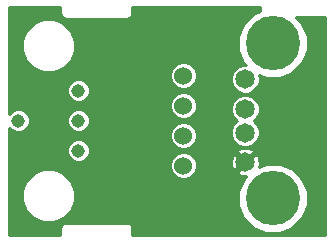
<source format=gbr>
G04 #@! TF.FileFunction,Copper,L3,Inr,Plane*
%FSLAX46Y46*%
G04 Gerber Fmt 4.6, Leading zero omitted, Abs format (unit mm)*
G04 Created by KiCad (PCBNEW 4.0.7) date Sun May  6 21:07:47 2018*
%MOMM*%
%LPD*%
G01*
G04 APERTURE LIST*
%ADD10C,0.100000*%
%ADD11C,1.143000*%
%ADD12C,4.600000*%
%ADD13C,1.651000*%
%ADD14C,1.524000*%
%ADD15C,0.254000*%
G04 APERTURE END LIST*
D10*
D11*
X134620000Y-104140000D03*
X134620000Y-99060000D03*
X134620000Y-101600000D03*
X129540000Y-101600000D03*
D12*
X151080000Y-108170000D03*
X151080000Y-95030000D03*
D13*
X148750000Y-105100000D03*
X148750000Y-102600000D03*
X148750000Y-100600000D03*
X148750000Y-98100000D03*
D14*
X143510000Y-105410000D03*
X143510000Y-102870000D03*
X143510000Y-100330000D03*
X143510000Y-97790000D03*
X139700000Y-101600000D03*
D15*
G36*
X133096254Y-92456000D02*
X133134904Y-92650306D01*
X133244969Y-92815031D01*
X133409694Y-92925096D01*
X133604000Y-92963746D01*
X138684000Y-92963746D01*
X138878306Y-92925096D01*
X139043031Y-92815031D01*
X139153096Y-92650306D01*
X139191746Y-92456000D01*
X139191746Y-91947746D01*
X149972254Y-91947746D01*
X149972254Y-92312037D01*
X149419628Y-92540377D01*
X148593279Y-93365285D01*
X148145511Y-94443631D01*
X148144492Y-95611246D01*
X148590377Y-96690372D01*
X148793442Y-96893792D01*
X148511115Y-96893545D01*
X148067609Y-97076798D01*
X147727990Y-97415824D01*
X147543964Y-97859010D01*
X147543545Y-98338885D01*
X147726798Y-98782391D01*
X148065824Y-99122010D01*
X148509010Y-99306036D01*
X148988885Y-99306455D01*
X149432391Y-99123202D01*
X149772010Y-98784176D01*
X149956036Y-98340990D01*
X149956455Y-97861115D01*
X149896762Y-97716648D01*
X150493631Y-97964489D01*
X151661246Y-97965508D01*
X152740372Y-97519623D01*
X153566721Y-96694715D01*
X154014489Y-95616369D01*
X154015508Y-94448754D01*
X153569623Y-93369628D01*
X153058634Y-92857746D01*
X155492254Y-92857746D01*
X155492254Y-111252254D01*
X139191746Y-111252254D01*
X139191746Y-110744000D01*
X139153096Y-110549694D01*
X139043031Y-110384969D01*
X138878306Y-110274904D01*
X138684000Y-110236254D01*
X133604000Y-110236254D01*
X133409694Y-110274904D01*
X133244969Y-110384969D01*
X133134904Y-110549694D01*
X133096254Y-110744000D01*
X133096254Y-111252254D01*
X128777746Y-111252254D01*
X128777746Y-108390143D01*
X129857115Y-108390143D01*
X130194758Y-109207300D01*
X130819411Y-109833045D01*
X131635978Y-110172113D01*
X132520143Y-110172885D01*
X133337300Y-109835242D01*
X133963045Y-109210589D01*
X134302113Y-108394022D01*
X134302885Y-107509857D01*
X133965242Y-106692700D01*
X133340589Y-106066955D01*
X132524022Y-105727887D01*
X131639857Y-105727115D01*
X130822700Y-106064758D01*
X130196955Y-106689411D01*
X129857887Y-107505978D01*
X129857115Y-108390143D01*
X128777746Y-108390143D01*
X128777746Y-105636309D01*
X142367056Y-105636309D01*
X142540662Y-106056468D01*
X142861841Y-106378208D01*
X143281696Y-106552547D01*
X143736309Y-106552944D01*
X144156468Y-106379338D01*
X144478208Y-106058159D01*
X144507710Y-105987109D01*
X148042496Y-105987109D01*
X148133706Y-106164322D01*
X148587916Y-106319150D01*
X148792938Y-106305974D01*
X148593279Y-106505285D01*
X148145511Y-107583631D01*
X148144492Y-108751246D01*
X148590377Y-109830372D01*
X149415285Y-110656721D01*
X150493631Y-111104489D01*
X151661246Y-111105508D01*
X152740372Y-110659623D01*
X153566721Y-109834715D01*
X154014489Y-108756369D01*
X154015508Y-107588754D01*
X153569623Y-106509628D01*
X152744715Y-105683279D01*
X151666369Y-105235511D01*
X150498754Y-105234492D01*
X149893276Y-105484670D01*
X149969150Y-105262084D01*
X149938374Y-104783197D01*
X149814322Y-104483706D01*
X149637109Y-104392496D01*
X148929605Y-105100000D01*
X148943748Y-105114143D01*
X148764143Y-105293748D01*
X148750000Y-105279605D01*
X148042496Y-105987109D01*
X144507710Y-105987109D01*
X144652547Y-105638304D01*
X144652944Y-105183691D01*
X144551392Y-104937916D01*
X147530850Y-104937916D01*
X147561626Y-105416803D01*
X147685678Y-105716294D01*
X147862891Y-105807504D01*
X148570395Y-105100000D01*
X147862891Y-104392496D01*
X147685678Y-104483706D01*
X147530850Y-104937916D01*
X144551392Y-104937916D01*
X144479338Y-104763532D01*
X144158159Y-104441792D01*
X143738304Y-104267453D01*
X143283691Y-104267056D01*
X142863532Y-104440662D01*
X142541792Y-104761841D01*
X142367453Y-105181696D01*
X142367056Y-105636309D01*
X128777746Y-105636309D01*
X128777746Y-104328583D01*
X133667589Y-104328583D01*
X133812254Y-104678700D01*
X134079891Y-104946804D01*
X134429755Y-105092081D01*
X134808583Y-105092411D01*
X135158700Y-104947746D01*
X135426804Y-104680109D01*
X135572081Y-104330245D01*
X135572183Y-104212891D01*
X148042496Y-104212891D01*
X148750000Y-104920395D01*
X149457504Y-104212891D01*
X149366294Y-104035678D01*
X148912084Y-103880850D01*
X148433197Y-103911626D01*
X148133706Y-104035678D01*
X148042496Y-104212891D01*
X135572183Y-104212891D01*
X135572411Y-103951417D01*
X135427746Y-103601300D01*
X135160109Y-103333196D01*
X134810245Y-103187919D01*
X134431417Y-103187589D01*
X134081300Y-103332254D01*
X133813196Y-103599891D01*
X133667919Y-103949755D01*
X133667589Y-104328583D01*
X128777746Y-104328583D01*
X128777746Y-103096309D01*
X142367056Y-103096309D01*
X142540662Y-103516468D01*
X142861841Y-103838208D01*
X143281696Y-104012547D01*
X143736309Y-104012944D01*
X144156468Y-103839338D01*
X144478208Y-103518159D01*
X144652547Y-103098304D01*
X144652944Y-102643691D01*
X144479338Y-102223532D01*
X144158159Y-101901792D01*
X143738304Y-101727453D01*
X143283691Y-101727056D01*
X142863532Y-101900662D01*
X142541792Y-102221841D01*
X142367453Y-102641696D01*
X142367056Y-103096309D01*
X128777746Y-103096309D01*
X128777746Y-102184271D01*
X128999891Y-102406804D01*
X129349755Y-102552081D01*
X129728583Y-102552411D01*
X130078700Y-102407746D01*
X130346804Y-102140109D01*
X130492081Y-101790245D01*
X130492082Y-101788583D01*
X133667589Y-101788583D01*
X133812254Y-102138700D01*
X134079891Y-102406804D01*
X134429755Y-102552081D01*
X134808583Y-102552411D01*
X135158700Y-102407746D01*
X135426804Y-102140109D01*
X135572081Y-101790245D01*
X135572411Y-101411417D01*
X135427746Y-101061300D01*
X135160109Y-100793196D01*
X134810245Y-100647919D01*
X134431417Y-100647589D01*
X134081300Y-100792254D01*
X133813196Y-101059891D01*
X133667919Y-101409755D01*
X133667589Y-101788583D01*
X130492082Y-101788583D01*
X130492411Y-101411417D01*
X130347746Y-101061300D01*
X130080109Y-100793196D01*
X129730245Y-100647919D01*
X129351417Y-100647589D01*
X129001300Y-100792254D01*
X128777746Y-101015419D01*
X128777746Y-100556309D01*
X142367056Y-100556309D01*
X142540662Y-100976468D01*
X142861841Y-101298208D01*
X143281696Y-101472547D01*
X143736309Y-101472944D01*
X144156468Y-101299338D01*
X144478208Y-100978159D01*
X144536039Y-100838885D01*
X147543545Y-100838885D01*
X147726798Y-101282391D01*
X148044109Y-101600257D01*
X147727990Y-101915824D01*
X147543964Y-102359010D01*
X147543545Y-102838885D01*
X147726798Y-103282391D01*
X148065824Y-103622010D01*
X148509010Y-103806036D01*
X148988885Y-103806455D01*
X149432391Y-103623202D01*
X149772010Y-103284176D01*
X149956036Y-102840990D01*
X149956455Y-102361115D01*
X149773202Y-101917609D01*
X149455891Y-101599743D01*
X149772010Y-101284176D01*
X149956036Y-100840990D01*
X149956455Y-100361115D01*
X149773202Y-99917609D01*
X149434176Y-99577990D01*
X148990990Y-99393964D01*
X148511115Y-99393545D01*
X148067609Y-99576798D01*
X147727990Y-99915824D01*
X147543964Y-100359010D01*
X147543545Y-100838885D01*
X144536039Y-100838885D01*
X144652547Y-100558304D01*
X144652944Y-100103691D01*
X144479338Y-99683532D01*
X144158159Y-99361792D01*
X143738304Y-99187453D01*
X143283691Y-99187056D01*
X142863532Y-99360662D01*
X142541792Y-99681841D01*
X142367453Y-100101696D01*
X142367056Y-100556309D01*
X128777746Y-100556309D01*
X128777746Y-99248583D01*
X133667589Y-99248583D01*
X133812254Y-99598700D01*
X134079891Y-99866804D01*
X134429755Y-100012081D01*
X134808583Y-100012411D01*
X135158700Y-99867746D01*
X135426804Y-99600109D01*
X135572081Y-99250245D01*
X135572411Y-98871417D01*
X135427746Y-98521300D01*
X135160109Y-98253196D01*
X134810245Y-98107919D01*
X134431417Y-98107589D01*
X134081300Y-98252254D01*
X133813196Y-98519891D01*
X133667919Y-98869755D01*
X133667589Y-99248583D01*
X128777746Y-99248583D01*
X128777746Y-98016309D01*
X142367056Y-98016309D01*
X142540662Y-98436468D01*
X142861841Y-98758208D01*
X143281696Y-98932547D01*
X143736309Y-98932944D01*
X144156468Y-98759338D01*
X144478208Y-98438159D01*
X144652547Y-98018304D01*
X144652944Y-97563691D01*
X144479338Y-97143532D01*
X144158159Y-96821792D01*
X143738304Y-96647453D01*
X143283691Y-96647056D01*
X142863532Y-96820662D01*
X142541792Y-97141841D01*
X142367453Y-97561696D01*
X142367056Y-98016309D01*
X128777746Y-98016309D01*
X128777746Y-95690143D01*
X129857115Y-95690143D01*
X130194758Y-96507300D01*
X130819411Y-97133045D01*
X131635978Y-97472113D01*
X132520143Y-97472885D01*
X133337300Y-97135242D01*
X133963045Y-96510589D01*
X134302113Y-95694022D01*
X134302885Y-94809857D01*
X133965242Y-93992700D01*
X133340589Y-93366955D01*
X132524022Y-93027887D01*
X131639857Y-93027115D01*
X130822700Y-93364758D01*
X130196955Y-93989411D01*
X129857887Y-94805978D01*
X129857115Y-95690143D01*
X128777746Y-95690143D01*
X128777746Y-91947746D01*
X133096254Y-91947746D01*
X133096254Y-92456000D01*
X133096254Y-92456000D01*
G37*
X133096254Y-92456000D02*
X133134904Y-92650306D01*
X133244969Y-92815031D01*
X133409694Y-92925096D01*
X133604000Y-92963746D01*
X138684000Y-92963746D01*
X138878306Y-92925096D01*
X139043031Y-92815031D01*
X139153096Y-92650306D01*
X139191746Y-92456000D01*
X139191746Y-91947746D01*
X149972254Y-91947746D01*
X149972254Y-92312037D01*
X149419628Y-92540377D01*
X148593279Y-93365285D01*
X148145511Y-94443631D01*
X148144492Y-95611246D01*
X148590377Y-96690372D01*
X148793442Y-96893792D01*
X148511115Y-96893545D01*
X148067609Y-97076798D01*
X147727990Y-97415824D01*
X147543964Y-97859010D01*
X147543545Y-98338885D01*
X147726798Y-98782391D01*
X148065824Y-99122010D01*
X148509010Y-99306036D01*
X148988885Y-99306455D01*
X149432391Y-99123202D01*
X149772010Y-98784176D01*
X149956036Y-98340990D01*
X149956455Y-97861115D01*
X149896762Y-97716648D01*
X150493631Y-97964489D01*
X151661246Y-97965508D01*
X152740372Y-97519623D01*
X153566721Y-96694715D01*
X154014489Y-95616369D01*
X154015508Y-94448754D01*
X153569623Y-93369628D01*
X153058634Y-92857746D01*
X155492254Y-92857746D01*
X155492254Y-111252254D01*
X139191746Y-111252254D01*
X139191746Y-110744000D01*
X139153096Y-110549694D01*
X139043031Y-110384969D01*
X138878306Y-110274904D01*
X138684000Y-110236254D01*
X133604000Y-110236254D01*
X133409694Y-110274904D01*
X133244969Y-110384969D01*
X133134904Y-110549694D01*
X133096254Y-110744000D01*
X133096254Y-111252254D01*
X128777746Y-111252254D01*
X128777746Y-108390143D01*
X129857115Y-108390143D01*
X130194758Y-109207300D01*
X130819411Y-109833045D01*
X131635978Y-110172113D01*
X132520143Y-110172885D01*
X133337300Y-109835242D01*
X133963045Y-109210589D01*
X134302113Y-108394022D01*
X134302885Y-107509857D01*
X133965242Y-106692700D01*
X133340589Y-106066955D01*
X132524022Y-105727887D01*
X131639857Y-105727115D01*
X130822700Y-106064758D01*
X130196955Y-106689411D01*
X129857887Y-107505978D01*
X129857115Y-108390143D01*
X128777746Y-108390143D01*
X128777746Y-105636309D01*
X142367056Y-105636309D01*
X142540662Y-106056468D01*
X142861841Y-106378208D01*
X143281696Y-106552547D01*
X143736309Y-106552944D01*
X144156468Y-106379338D01*
X144478208Y-106058159D01*
X144507710Y-105987109D01*
X148042496Y-105987109D01*
X148133706Y-106164322D01*
X148587916Y-106319150D01*
X148792938Y-106305974D01*
X148593279Y-106505285D01*
X148145511Y-107583631D01*
X148144492Y-108751246D01*
X148590377Y-109830372D01*
X149415285Y-110656721D01*
X150493631Y-111104489D01*
X151661246Y-111105508D01*
X152740372Y-110659623D01*
X153566721Y-109834715D01*
X154014489Y-108756369D01*
X154015508Y-107588754D01*
X153569623Y-106509628D01*
X152744715Y-105683279D01*
X151666369Y-105235511D01*
X150498754Y-105234492D01*
X149893276Y-105484670D01*
X149969150Y-105262084D01*
X149938374Y-104783197D01*
X149814322Y-104483706D01*
X149637109Y-104392496D01*
X148929605Y-105100000D01*
X148943748Y-105114143D01*
X148764143Y-105293748D01*
X148750000Y-105279605D01*
X148042496Y-105987109D01*
X144507710Y-105987109D01*
X144652547Y-105638304D01*
X144652944Y-105183691D01*
X144551392Y-104937916D01*
X147530850Y-104937916D01*
X147561626Y-105416803D01*
X147685678Y-105716294D01*
X147862891Y-105807504D01*
X148570395Y-105100000D01*
X147862891Y-104392496D01*
X147685678Y-104483706D01*
X147530850Y-104937916D01*
X144551392Y-104937916D01*
X144479338Y-104763532D01*
X144158159Y-104441792D01*
X143738304Y-104267453D01*
X143283691Y-104267056D01*
X142863532Y-104440662D01*
X142541792Y-104761841D01*
X142367453Y-105181696D01*
X142367056Y-105636309D01*
X128777746Y-105636309D01*
X128777746Y-104328583D01*
X133667589Y-104328583D01*
X133812254Y-104678700D01*
X134079891Y-104946804D01*
X134429755Y-105092081D01*
X134808583Y-105092411D01*
X135158700Y-104947746D01*
X135426804Y-104680109D01*
X135572081Y-104330245D01*
X135572183Y-104212891D01*
X148042496Y-104212891D01*
X148750000Y-104920395D01*
X149457504Y-104212891D01*
X149366294Y-104035678D01*
X148912084Y-103880850D01*
X148433197Y-103911626D01*
X148133706Y-104035678D01*
X148042496Y-104212891D01*
X135572183Y-104212891D01*
X135572411Y-103951417D01*
X135427746Y-103601300D01*
X135160109Y-103333196D01*
X134810245Y-103187919D01*
X134431417Y-103187589D01*
X134081300Y-103332254D01*
X133813196Y-103599891D01*
X133667919Y-103949755D01*
X133667589Y-104328583D01*
X128777746Y-104328583D01*
X128777746Y-103096309D01*
X142367056Y-103096309D01*
X142540662Y-103516468D01*
X142861841Y-103838208D01*
X143281696Y-104012547D01*
X143736309Y-104012944D01*
X144156468Y-103839338D01*
X144478208Y-103518159D01*
X144652547Y-103098304D01*
X144652944Y-102643691D01*
X144479338Y-102223532D01*
X144158159Y-101901792D01*
X143738304Y-101727453D01*
X143283691Y-101727056D01*
X142863532Y-101900662D01*
X142541792Y-102221841D01*
X142367453Y-102641696D01*
X142367056Y-103096309D01*
X128777746Y-103096309D01*
X128777746Y-102184271D01*
X128999891Y-102406804D01*
X129349755Y-102552081D01*
X129728583Y-102552411D01*
X130078700Y-102407746D01*
X130346804Y-102140109D01*
X130492081Y-101790245D01*
X130492082Y-101788583D01*
X133667589Y-101788583D01*
X133812254Y-102138700D01*
X134079891Y-102406804D01*
X134429755Y-102552081D01*
X134808583Y-102552411D01*
X135158700Y-102407746D01*
X135426804Y-102140109D01*
X135572081Y-101790245D01*
X135572411Y-101411417D01*
X135427746Y-101061300D01*
X135160109Y-100793196D01*
X134810245Y-100647919D01*
X134431417Y-100647589D01*
X134081300Y-100792254D01*
X133813196Y-101059891D01*
X133667919Y-101409755D01*
X133667589Y-101788583D01*
X130492082Y-101788583D01*
X130492411Y-101411417D01*
X130347746Y-101061300D01*
X130080109Y-100793196D01*
X129730245Y-100647919D01*
X129351417Y-100647589D01*
X129001300Y-100792254D01*
X128777746Y-101015419D01*
X128777746Y-100556309D01*
X142367056Y-100556309D01*
X142540662Y-100976468D01*
X142861841Y-101298208D01*
X143281696Y-101472547D01*
X143736309Y-101472944D01*
X144156468Y-101299338D01*
X144478208Y-100978159D01*
X144536039Y-100838885D01*
X147543545Y-100838885D01*
X147726798Y-101282391D01*
X148044109Y-101600257D01*
X147727990Y-101915824D01*
X147543964Y-102359010D01*
X147543545Y-102838885D01*
X147726798Y-103282391D01*
X148065824Y-103622010D01*
X148509010Y-103806036D01*
X148988885Y-103806455D01*
X149432391Y-103623202D01*
X149772010Y-103284176D01*
X149956036Y-102840990D01*
X149956455Y-102361115D01*
X149773202Y-101917609D01*
X149455891Y-101599743D01*
X149772010Y-101284176D01*
X149956036Y-100840990D01*
X149956455Y-100361115D01*
X149773202Y-99917609D01*
X149434176Y-99577990D01*
X148990990Y-99393964D01*
X148511115Y-99393545D01*
X148067609Y-99576798D01*
X147727990Y-99915824D01*
X147543964Y-100359010D01*
X147543545Y-100838885D01*
X144536039Y-100838885D01*
X144652547Y-100558304D01*
X144652944Y-100103691D01*
X144479338Y-99683532D01*
X144158159Y-99361792D01*
X143738304Y-99187453D01*
X143283691Y-99187056D01*
X142863532Y-99360662D01*
X142541792Y-99681841D01*
X142367453Y-100101696D01*
X142367056Y-100556309D01*
X128777746Y-100556309D01*
X128777746Y-99248583D01*
X133667589Y-99248583D01*
X133812254Y-99598700D01*
X134079891Y-99866804D01*
X134429755Y-100012081D01*
X134808583Y-100012411D01*
X135158700Y-99867746D01*
X135426804Y-99600109D01*
X135572081Y-99250245D01*
X135572411Y-98871417D01*
X135427746Y-98521300D01*
X135160109Y-98253196D01*
X134810245Y-98107919D01*
X134431417Y-98107589D01*
X134081300Y-98252254D01*
X133813196Y-98519891D01*
X133667919Y-98869755D01*
X133667589Y-99248583D01*
X128777746Y-99248583D01*
X128777746Y-98016309D01*
X142367056Y-98016309D01*
X142540662Y-98436468D01*
X142861841Y-98758208D01*
X143281696Y-98932547D01*
X143736309Y-98932944D01*
X144156468Y-98759338D01*
X144478208Y-98438159D01*
X144652547Y-98018304D01*
X144652944Y-97563691D01*
X144479338Y-97143532D01*
X144158159Y-96821792D01*
X143738304Y-96647453D01*
X143283691Y-96647056D01*
X142863532Y-96820662D01*
X142541792Y-97141841D01*
X142367453Y-97561696D01*
X142367056Y-98016309D01*
X128777746Y-98016309D01*
X128777746Y-95690143D01*
X129857115Y-95690143D01*
X130194758Y-96507300D01*
X130819411Y-97133045D01*
X131635978Y-97472113D01*
X132520143Y-97472885D01*
X133337300Y-97135242D01*
X133963045Y-96510589D01*
X134302113Y-95694022D01*
X134302885Y-94809857D01*
X133965242Y-93992700D01*
X133340589Y-93366955D01*
X132524022Y-93027887D01*
X131639857Y-93027115D01*
X130822700Y-93364758D01*
X130196955Y-93989411D01*
X129857887Y-94805978D01*
X129857115Y-95690143D01*
X128777746Y-95690143D01*
X128777746Y-91947746D01*
X133096254Y-91947746D01*
X133096254Y-92456000D01*
M02*

</source>
